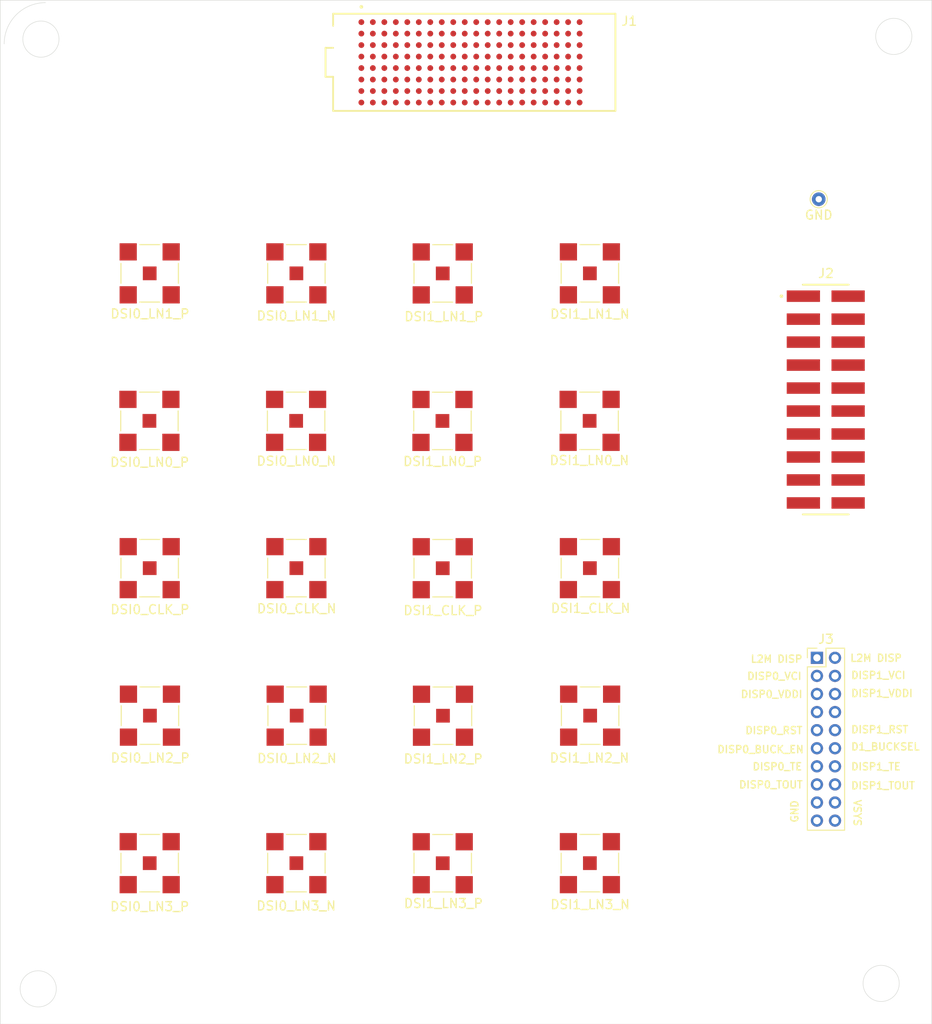
<source format=kicad_pcb>
(kicad_pcb (version 20240108) (generator "pcbnew") (generator_version "8.0")
  (layers (0 "F.Cu" signal "LayerTop0") (1 "In1.Cu" signal "Layer1") (2 "In2.Cu" signal "Layer2") (31 "B.Cu" signal "LayerBottom3") (34 "B.Paste" user) (35 "F.Paste" user) (36 "B.SilkS" user "B.Silkscreen") (37 "F.SilkS" user "F.Silkscreen") (38 "B.Mask" user) (39 "F.Mask" user) (44 "Edge.Cuts" user))
  (net 0 "")
  (net 75 "DSI1_LN0_P")
  (net 76 "DSI1_LN0_N")
  (net 77 "GND")
  (net 114 "L2M_DISP")
  (net 115 "DISP0_VCI")
  (net 116 "DISP1_VCI")
  (net 117 "DISP1_VDDI")
  (net 118 "DISP0_THERM")
  (net 119 "VSYS_PWR")
  (net 120 "DISP0_BUCK_EN")
  (net 121 "DISP1_RST")
  (net 122 "DISP1_TOUT")
  (net 123 "DISP0_TE")
  (net 124 "DISP0_RST")
  (net 125 "DISP0_VDDI")
  (net 126 "DISP0_TOUT")
  (net 127 "DISP1_TE")
  (net 128 "DISP1_BUCK_VSEL")
  (net 131 "DSI1_LN1_N")
  (net 132 "DSI1_LN1_P")
  (net 133 "DSI0_LN0_P")
  (net 134 "DSI0_LN2_P")
  (net 135 "DSI0_LN1_N")
  (net 136 "DSI0_LN3_N")
  (net 137 "DSI0_LN3_P")
  (net 138 "DSI0_CLK_P")
  (net 139 "DSI0_LN0_N")
  (net 140 "DSI0_LN2_N")
  (net 141 "DSI0_CLK_N")
  (net 142 "DSI0_LN1_P")
  (net 143 "DSI1_CLK_P")
  (net 144 "DSI1_LN2_P")
  (net 145 "DSI1_LN3_P")
  (net 146 "DSI1_LN3_N")
  (net 147 "DSI1_CLK_N")
  (net 148 "DSI1_LN2_N")
  (footprint "Molex_0732:MOLEX_73251-1350" (layer "F.Cu") (at 72.477 126.124)
    (property "Reference" "J12" (hide yes))
    (property "Value" "DSI0_LN3_P" (at 0 4.8 0) (layer "F.SilkS"))
    (fp_line (start -3.175 1.1) (end -3.175 -1.1) (stroke (width 0.127)) (layer "F.SilkS"))
    (fp_line (start -1.1 -3.175) (end 1.1 -3.175) (stroke (width 0.127)) (layer "F.SilkS"))
    (fp_line (start -1.1 3.175) (end 1.1 3.175) (stroke (width 0.127)) (layer "F.SilkS"))
    (fp_line (start 3.175 1.1) (end 3.175 -1.1) (stroke (width 0.127)) (layer "F.SilkS"))
    (pad "1" smd rect (at 0 0) (size 1.52 1.52) (layers "F.Cu" "F.Paste" "F.Mask") (net 137 "DSI0_LN3_P"))
    (pad "S1" smd rect (at -2.375 -2.375) (size 1.905 1.905) (layers "F.Cu" "F.Paste" "F.Mask") (net 77 "GND"))
    (pad "S2" smd rect (at 2.375 -2.375) (size 1.905 1.905) (layers "F.Cu" "F.Paste" "F.Mask"))
    (pad "S3" smd rect (at 2.375 2.375) (size 1.905 1.905) (layers "F.Cu" "F.Paste" "F.Mask"))
    (pad "S4" smd rect (at -2.375 2.375) (size 1.905 1.905) (layers "F.Cu" "F.Paste" "F.Mask"))
  )
  (footprint "Molex_0732:MOLEX_73251-1350" (layer "F.Cu") (at 104.877 126.132)
    (property "Reference" "J22" (hide yes))
    (property "Value" "DSI1_LN3_P" (at 0.075 4.445 0) (layer "F.SilkS"))
    (fp_line (start -3.175 1.1) (end -3.175 -1.1) (stroke (width 0.127)) (layer "F.SilkS"))
    (fp_line (start -1.1 -3.175) (end 1.1 -3.175) (stroke (width 0.127)) (layer "F.SilkS"))
    (fp_line (start -1.1 3.175) (end 1.1 3.175) (stroke (width 0.127)) (layer "F.SilkS"))
    (fp_line (start 3.175 1.1) (end 3.175 -1.1) (stroke (width 0.127)) (layer "F.SilkS"))
    (pad "1" smd rect (at 0 0) (size 1.52 1.52) (layers "F.Cu" "F.Paste" "F.Mask") (net 145 "DSI1_LN3_P"))
    (pad "S1" smd rect (at -2.375 -2.375) (size 1.905 1.905) (layers "F.Cu" "F.Paste" "F.Mask") (net 77 "GND"))
    (pad "S2" smd rect (at 2.375 -2.375) (size 1.905 1.905) (layers "F.Cu" "F.Paste" "F.Mask"))
    (pad "S3" smd rect (at 2.375 2.375) (size 1.905 1.905) (layers "F.Cu" "F.Paste" "F.Mask"))
    (pad "S4" smd rect (at -2.375 2.375) (size 1.905 1.905) (layers "F.Cu" "F.Paste" "F.Mask"))
  )
  (footprint "Molex_0732:MOLEX_73251-1350" (layer "F.Cu") (at 121.148 93.508)
    (property "Reference" "J19" (hide yes))
    (property "Value" "DSI1_CLK_N" (at 0.075 4.435 0) (layer "F.SilkS"))
    (fp_line (start -3.175 1.1) (end -3.175 -1.1) (stroke (width 0.127)) (layer "F.SilkS"))
    (fp_line (start -1.1 -3.175) (end 1.1 -3.175) (stroke (width 0.127)) (layer "F.SilkS"))
    (fp_line (start -1.1 3.175) (end 1.1 3.175) (stroke (width 0.127)) (layer "F.SilkS"))
    (fp_line (start 3.175 1.1) (end 3.175 -1.1) (stroke (width 0.127)) (layer "F.SilkS"))
    (pad "1" smd rect (at 0 0) (size 1.52 1.52) (layers "F.Cu" "F.Paste" "F.Mask") (net 147 "DSI1_CLK_N"))
    (pad "S1" smd rect (at -2.375 -2.375) (size 1.905 1.905) (layers "F.Cu" "F.Paste" "F.Mask") (net 77 "GND"))
    (pad "S2" smd rect (at 2.375 -2.375) (size 1.905 1.905) (layers "F.Cu" "F.Paste" "F.Mask"))
    (pad "S3" smd rect (at 2.375 2.375) (size 1.905 1.905) (layers "F.Cu" "F.Paste" "F.Mask"))
    (pad "S4" smd rect (at -2.375 2.375) (size 1.905 1.905) (layers "F.Cu" "F.Paste" "F.Mask"))
  )
  (footprint "Molex_0732:MOLEX_73251-1350" (layer "F.Cu") (at 88.698 93.508)
    (property "Reference" "J9" (hide yes))
    (property "Value" "DSI0_CLK_N" (at 0.025 4.475 0) (layer "F.SilkS"))
    (fp_line (start -3.175 1.1) (end -3.175 -1.1) (stroke (width 0.127)) (layer "F.SilkS"))
    (fp_line (start -1.1 -3.175) (end 1.1 -3.175) (stroke (width 0.127)) (layer "F.SilkS"))
    (fp_line (start -1.1 3.175) (end 1.1 3.175) (stroke (width 0.127)) (layer "F.SilkS"))
    (fp_line (start 3.175 1.1) (end 3.175 -1.1) (stroke (width 0.127)) (layer "F.SilkS"))
    (pad "1" smd rect (at 0 0) (size 1.52 1.52) (layers "F.Cu" "F.Paste" "F.Mask") (net 141 "DSI0_CLK_N"))
    (pad "S1" smd rect (at -2.375 -2.375) (size 1.905 1.905) (layers "F.Cu" "F.Paste" "F.Mask") (net 77 "GND"))
    (pad "S2" smd rect (at 2.375 -2.375) (size 1.905 1.905) (layers "F.Cu" "F.Paste" "F.Mask"))
    (pad "S3" smd rect (at 2.375 2.375) (size 1.905 1.905) (layers "F.Cu" "F.Paste" "F.Mask"))
    (pad "S4" smd rect (at -2.375 2.375) (size 1.905 1.905) (layers "F.Cu" "F.Paste" "F.Mask"))
  )
  (footprint "Molex_0732:MOLEX_73251-1350" (layer "F.Cu") (at 88.727 109.816)
    (property "Reference" "J11" (hide yes))
    (property "Value" "DSI0_LN2_N" (at 0.025 4.725 0) (layer "F.SilkS"))
    (fp_line (start -3.175 1.1) (end -3.175 -1.1) (stroke (width 0.127)) (layer "F.SilkS"))
    (fp_line (start -1.1 -3.175) (end 1.1 -3.175) (stroke (width 0.127)) (layer "F.SilkS"))
    (fp_line (start -1.1 3.175) (end 1.1 3.175) (stroke (width 0.127)) (layer "F.SilkS"))
    (fp_line (start 3.175 1.1) (end 3.175 -1.1) (stroke (width 0.127)) (layer "F.SilkS"))
    (pad "1" smd rect (at 0 0) (size 1.52 1.52) (layers "F.Cu" "F.Paste" "F.Mask") (net 140 "DSI0_LN2_N"))
    (pad "S1" smd rect (at -2.375 -2.375) (size 1.905 1.905) (layers "F.Cu" "F.Paste" "F.Mask") (net 77 "GND"))
    (pad "S2" smd rect (at 2.375 -2.375) (size 1.905 1.905) (layers "F.Cu" "F.Paste" "F.Mask"))
    (pad "S3" smd rect (at 2.375 2.375) (size 1.905 1.905) (layers "F.Cu" "F.Paste" "F.Mask"))
    (pad "S4" smd rect (at -2.375 2.375) (size 1.905 1.905) (layers "F.Cu" "F.Paste" "F.Mask"))
  )
  (footprint "Molex_0732:MOLEX_73251-1350" (layer "F.Cu") (at 72.477 93.508)
    (property "Reference" "J8" (hide yes))
    (property "Value" "DSI0_CLK_P" (at 0.025 4.575 0) (layer "F.SilkS"))
    (fp_line (start -3.175 1.1) (end -3.175 -1.1) (stroke (width 0.127)) (layer "F.SilkS"))
    (fp_line (start -1.1 -3.175) (end 1.1 -3.175) (stroke (width 0.127)) (layer "F.SilkS"))
    (fp_line (start -1.1 3.175) (end 1.1 3.175) (stroke (width 0.127)) (layer "F.SilkS"))
    (fp_line (start 3.175 1.1) (end 3.175 -1.1) (stroke (width 0.127)) (layer "F.SilkS"))
    (pad "1" smd rect (at 0 0) (size 1.52 1.52) (layers "F.Cu" "F.Paste" "F.Mask") (net 138 "DSI0_CLK_P"))
    (pad "S1" smd rect (at -2.375 -2.375) (size 1.905 1.905) (layers "F.Cu" "F.Paste" "F.Mask") (net 77 "GND"))
    (pad "S2" smd rect (at 2.375 -2.375) (size 1.905 1.905) (layers "F.Cu" "F.Paste" "F.Mask"))
    (pad "S3" smd rect (at 2.375 2.375) (size 1.905 1.905) (layers "F.Cu" "F.Paste" "F.Mask"))
    (pad "S4" smd rect (at -2.375 2.375) (size 1.905 1.905) (layers "F.Cu" "F.Paste" "F.Mask"))
  )
  (footprint "Molex_0732:MOLEX_73251-1350" (layer "F.Cu") (at 121.119 77.224)
    (property "Reference" "J17" (hide yes))
    (property "Value" "DSI1_LN0_N" (at -0.025 4.375 0) (layer "F.SilkS"))
    (fp_line (start -3.175 1.1) (end -3.175 -1.1) (stroke (width 0.127)) (layer "F.SilkS"))
    (fp_line (start -1.1 -3.175) (end 1.1 -3.175) (stroke (width 0.127)) (layer "F.SilkS"))
    (fp_line (start -1.1 3.175) (end 1.1 3.175) (stroke (width 0.127)) (layer "F.SilkS"))
    (fp_line (start 3.175 1.1) (end 3.175 -1.1) (stroke (width 0.127)) (layer "F.SilkS"))
    (pad "1" smd rect (at 0 0) (size 1.52 1.52) (layers "F.Cu" "F.Paste" "F.Mask") (net 76 "DSI1_LN0_N"))
    (pad "S1" smd rect (at -2.375 -2.375) (size 1.905 1.905) (layers "F.Cu" "F.Paste" "F.Mask") (net 77 "GND"))
    (pad "S2" smd rect (at 2.375 -2.375) (size 1.905 1.905) (layers "F.Cu" "F.Paste" "F.Mask"))
    (pad "S3" smd rect (at 2.375 2.375) (size 1.905 1.905) (layers "F.Cu" "F.Paste" "F.Mask"))
    (pad "S4" smd rect (at -2.375 2.375) (size 1.905 1.905) (layers "F.Cu" "F.Paste" "F.Mask"))
  )
  (footprint "Molex_0732:MOLEX_73251-1350" (layer "F.Cu") (at 104.848 77.232)
    (property "Reference" "J16" (hide yes))
    (property "Value" "DSI1_LN0_P" (at 0.025 4.475 0) (layer "F.SilkS"))
    (fp_line (start -3.175 1.1) (end -3.175 -1.1) (stroke (width 0.127)) (layer "F.SilkS"))
    (fp_line (start -1.1 -3.175) (end 1.1 -3.175) (stroke (width 0.127)) (layer "F.SilkS"))
    (fp_line (start -1.1 3.175) (end 1.1 3.175) (stroke (width 0.127)) (layer "F.SilkS"))
    (fp_line (start 3.175 1.1) (end 3.175 -1.1) (stroke (width 0.127)) (layer "F.SilkS"))
    (pad "1" smd rect (at 0 0) (size 1.52 1.52) (layers "F.Cu" "F.Paste" "F.Mask") (net 75 "DSI1_LN0_P"))
    (pad "S1" smd rect (at -2.375 -2.375) (size 1.905 1.905) (layers "F.Cu" "F.Paste" "F.Mask") (net 77 "GND"))
    (pad "S2" smd rect (at 2.375 -2.375) (size 1.905 1.905) (layers "F.Cu" "F.Paste" "F.Mask"))
    (pad "S3" smd rect (at 2.375 2.375) (size 1.905 1.905) (layers "F.Cu" "F.Paste" "F.Mask"))
    (pad "S4" smd rect (at -2.375 2.375) (size 1.905 1.905) (layers "F.Cu" "F.Paste" "F.Mask"))
  )
  (footprint "Molex_0732:MOLEX_73251-1350" (layer "F.Cu") (at 72.477 60.916)
    (property "Reference" "J4" (hide yes))
    (property "Value" "DSI0_LN1_P" (at 0.025 4.475 0) (layer "F.SilkS"))
    (fp_line (start -3.175 1.1) (end -3.175 -1.1) (stroke (width 0.127)) (layer "F.SilkS"))
    (fp_line (start -1.1 -3.175) (end 1.1 -3.175) (stroke (width 0.127)) (layer "F.SilkS"))
    (fp_line (start -1.1 3.175) (end 1.1 3.175) (stroke (width 0.127)) (layer "F.SilkS"))
    (fp_line (start 3.175 1.1) (end 3.175 -1.1) (stroke (width 0.127)) (layer "F.SilkS"))
    (pad "1" smd rect (at 0 0) (size 1.52 1.52) (layers "F.Cu" "F.Paste" "F.Mask") (net 142 "DSI0_LN1_P"))
    (pad "S1" smd rect (at -2.375 -2.375) (size 1.905 1.905) (layers "F.Cu" "F.Paste" "F.Mask") (net 77 "GND"))
    (pad "S2" smd rect (at 2.375 -2.375) (size 1.905 1.905) (layers "F.Cu" "F.Paste" "F.Mask"))
    (pad "S3" smd rect (at 2.375 2.375) (size 1.905 1.905) (layers "F.Cu" "F.Paste" "F.Mask"))
    (pad "S4" smd rect (at -2.375 2.375) (size 1.905 1.905) (layers "F.Cu" "F.Paste" "F.Mask"))
  )
  (footprint "Molex_0732:MOLEX_73251-1350" (layer "F.Cu") (at 72.448 77.224)
    (property "Reference" "J6" (hide yes))
    (property "Value" "DSI0_LN0_P" (at 0.025 4.575 0) (layer "F.SilkS"))
    (fp_line (start -3.175 1.1) (end -3.175 -1.1) (stroke (width 0.127)) (layer "F.SilkS"))
    (fp_line (start -1.1 -3.175) (end 1.1 -3.175) (stroke (width 0.127)) (layer "F.SilkS"))
    (fp_line (start -1.1 3.175) (end 1.1 3.175) (stroke (width 0.127)) (layer "F.SilkS"))
    (fp_line (start 3.175 1.1) (end 3.175 -1.1) (stroke (width 0.127)) (layer "F.SilkS"))
    (pad "1" smd rect (at 0 0) (size 1.52 1.52) (layers "F.Cu" "F.Paste" "F.Mask") (net 133 "DSI0_LN0_P"))
    (pad "S1" smd rect (at -2.375 -2.375) (size 1.905 1.905) (layers "F.Cu" "F.Paste" "F.Mask") (net 77 "GND"))
    (pad "S2" smd rect (at 2.375 -2.375) (size 1.905 1.905) (layers "F.Cu" "F.Paste" "F.Mask"))
    (pad "S3" smd rect (at 2.375 2.375) (size 1.905 1.905) (layers "F.Cu" "F.Paste" "F.Mask"))
    (pad "S4" smd rect (at -2.375 2.375) (size 1.905 1.905) (layers "F.Cu" "F.Paste" "F.Mask"))
  )
  (footprint "Molex_0732:MOLEX_73251-1350" (layer "F.Cu") (at 121.177 109.816)
    (property "Reference" "J21" (hide yes))
    (property "Value" "DSI1_LN2_N" (at -0.075 4.675 0) (layer "F.SilkS"))
    (fp_line (start -3.175 1.1) (end -3.175 -1.1) (stroke (width 0.127)) (layer "F.SilkS"))
    (fp_line (start -1.1 -3.175) (end 1.1 -3.175) (stroke (width 0.127)) (layer "F.SilkS"))
    (fp_line (start -1.1 3.175) (end 1.1 3.175) (stroke (width 0.127)) (layer "F.SilkS"))
    (fp_line (start 3.175 1.1) (end 3.175 -1.1) (stroke (width 0.127)) (layer "F.SilkS"))
    (pad "1" smd rect (at 0 0) (size 1.52 1.52) (layers "F.Cu" "F.Paste" "F.Mask") (net 148 "DSI1_LN2_N"))
    (pad "S1" smd rect (at -2.375 -2.375) (size 1.905 1.905) (layers "F.Cu" "F.Paste" "F.Mask") (net 77 "GND"))
    (pad "S2" smd rect (at 2.375 -2.375) (size 1.905 1.905) (layers "F.Cu" "F.Paste" "F.Mask"))
    (pad "S3" smd rect (at 2.375 2.375) (size 1.905 1.905) (layers "F.Cu" "F.Paste" "F.Mask"))
    (pad "S4" smd rect (at -2.375 2.375) (size 1.905 1.905) (layers "F.Cu" "F.Paste" "F.Mask"))
  )
  (footprint "Molex_0732:MOLEX_73251-1350" (layer "F.Cu") (at 104.877 60.924)
    (property "Reference" "J14" (hide yes))
    (property "Value" "DSI1_LN1_P" (at 0.125 4.775 0) (layer "F.SilkS"))
    (fp_line (start -3.175 1.1) (end -3.175 -1.1) (stroke (width 0.127)) (layer "F.SilkS"))
    (fp_line (start -1.1 -3.175) (end 1.1 -3.175) (stroke (width 0.127)) (layer "F.SilkS"))
    (fp_line (start -1.1 3.175) (end 1.1 3.175) (stroke (width 0.127)) (layer "F.SilkS"))
    (fp_line (start 3.175 1.1) (end 3.175 -1.1) (stroke (width 0.127)) (layer "F.SilkS"))
    (pad "1" smd rect (at 0 0) (size 1.52 1.52) (layers "F.Cu" "F.Paste" "F.Mask") (net 132 "DSI1_LN1_P"))
    (pad "S1" smd rect (at -2.375 -2.375) (size 1.905 1.905) (layers "F.Cu" "F.Paste" "F.Mask") (net 77 "GND"))
    (pad "S2" smd rect (at 2.375 -2.375) (size 1.905 1.905) (layers "F.Cu" "F.Paste" "F.Mask"))
    (pad "S3" smd rect (at 2.375 2.375) (size 1.905 1.905) (layers "F.Cu" "F.Paste" "F.Mask"))
    (pad "S4" smd rect (at -2.375 2.375) (size 1.905 1.905) (layers "F.Cu" "F.Paste" "F.Mask"))
  )
  (footprint "Molex_0732:MOLEX_73251-1350" (layer "F.Cu") (at 104.906 109.824)
    (property "Reference" "J20" (hide yes))
    (property "Value" "DSI1_LN2_P" (at 0.025 4.775 0) (layer "F.SilkS"))
    (fp_line (start -3.175 1.1) (end -3.175 -1.1) (stroke (width 0.127)) (layer "F.SilkS"))
    (fp_line (start -1.1 -3.175) (end 1.1 -3.175) (stroke (width 0.127)) (layer "F.SilkS"))
    (fp_line (start -1.1 3.175) (end 1.1 3.175) (stroke (width 0.127)) (layer "F.SilkS"))
    (fp_line (start 3.175 1.1) (end 3.175 -1.1) (stroke (width 0.127)) (layer "F.SilkS"))
    (pad "1" smd rect (at 0 0) (size 1.52 1.52) (layers "F.Cu" "F.Paste" "F.Mask") (net 144 "DSI1_LN2_P"))
    (pad "S1" smd rect (at -2.375 -2.375) (size 1.905 1.905) (layers "F.Cu" "F.Paste" "F.Mask") (net 77 "GND"))
    (pad "S2" smd rect (at 2.375 -2.375) (size 1.905 1.905) (layers "F.Cu" "F.Paste" "F.Mask"))
    (pad "S3" smd rect (at 2.375 2.375) (size 1.905 1.905) (layers "F.Cu" "F.Paste" "F.Mask"))
    (pad "S4" smd rect (at -2.375 2.375) (size 1.905 1.905) (layers "F.Cu" "F.Paste" "F.Mask"))
  )
  (footprint "Molex_0732:MOLEX_73251-1350" (layer "F.Cu") (at 88.669 77.224)
    (property "Reference" "J7" (hide yes))
    (property "Value" "DSI0_LN0_N" (at 0.025 4.445 0) (layer "F.SilkS"))
    (fp_line (start -3.175 1.1) (end -3.175 -1.1) (stroke (width 0.127)) (layer "F.SilkS"))
    (fp_line (start -1.1 -3.175) (end 1.1 -3.175) (stroke (width 0.127)) (layer "F.SilkS"))
    (fp_line (start -1.1 3.175) (end 1.1 3.175) (stroke (width 0.127)) (layer "F.SilkS"))
    (fp_line (start 3.175 1.1) (end 3.175 -1.1) (stroke (width 0.127)) (layer "F.SilkS"))
    (pad "1" smd rect (at 0 0) (size 1.52 1.52) (layers "F.Cu" "F.Paste" "F.Mask") (net 139 "DSI0_LN0_N"))
    (pad "S1" smd rect (at -2.375 -2.375) (size 1.905 1.905) (layers "F.Cu" "F.Paste" "F.Mask") (net 77 "GND"))
    (pad "S2" smd rect (at 2.375 -2.375) (size 1.905 1.905) (layers "F.Cu" "F.Paste" "F.Mask"))
    (pad "S3" smd rect (at 2.375 2.375) (size 1.905 1.905) (layers "F.Cu" "F.Paste" "F.Mask"))
    (pad "S4" smd rect (at -2.375 2.375) (size 1.905 1.905) (layers "F.Cu" "F.Paste" "F.Mask"))
  )
  (footprint "Molex_0732:MOLEX_73251-1350" (layer "F.Cu") (at 121.148 126.124)
    (property "Reference" "J23" (hide yes))
    (property "Value" "DSI1_LN3_N" (at 0.025 4.575 0) (layer "F.SilkS"))
    (fp_line (start -3.175 1.1) (end -3.175 -1.1) (stroke (width 0.127)) (layer "F.SilkS"))
    (fp_line (start -1.1 -3.175) (end 1.1 -3.175) (stroke (width 0.127)) (layer "F.SilkS"))
    (fp_line (start -1.1 3.175) (end 1.1 3.175) (stroke (width 0.127)) (layer "F.SilkS"))
    (fp_line (start 3.175 1.1) (end 3.175 -1.1) (stroke (width 0.127)) (layer "F.SilkS"))
    (pad "1" smd rect (at 0 0) (size 1.52 1.52) (layers "F.Cu" "F.Paste" "F.Mask") (net 146 "DSI1_LN3_N"))
    (pad "S1" smd rect (at -2.375 -2.375) (size 1.905 1.905) (layers "F.Cu" "F.Paste" "F.Mask") (net 77 "GND"))
    (pad "S2" smd rect (at 2.375 -2.375) (size 1.905 1.905) (layers "F.Cu" "F.Paste" "F.Mask"))
    (pad "S3" smd rect (at 2.375 2.375) (size 1.905 1.905) (layers "F.Cu" "F.Paste" "F.Mask"))
    (pad "S4" smd rect (at -2.375 2.375) (size 1.905 1.905) (layers "F.Cu" "F.Paste" "F.Mask"))
  )
  (footprint "Connector_PinHeader_2.00mm:PinHeader_2x10_P2.00mm_Vertical" (layer "F.Cu") (at 146.252 103.42)
    (property "Reference" "J3" (at 1 -2.06 0) (layer "F.SilkS"))
    (property "Value" "Conn_02x10_Odd_Even")
    (fp_line (start -1.06 -1.06) (end 0 -1.06) (stroke (width 0.12)) (layer "F.SilkS"))
    (fp_line (start -1.06 0) (end -1.06 -1.06) (stroke (width 0.12)) (layer "F.SilkS"))
    (fp_line (start -1.06 1) (end -1.06 19.06) (stroke (width 0.12)) (layer "F.SilkS"))
    (fp_line (start -1.06 1) (end 1 1) (stroke (width 0.12)) (layer "F.SilkS"))
    (fp_line (start -1.06 19.06) (end 3.06 19.06) (stroke (width 0.12)) (layer "F.SilkS"))
    (fp_line (start 1 -1.06) (end 3.06 -1.06) (stroke (width 0.12)) (layer "F.SilkS"))
    (fp_line (start 1 1) (end 1 -1.06) (stroke (width 0.12)) (layer "F.SilkS"))
    (fp_line (start 3.06 -1.06) (end 3.06 19.06) (stroke (width 0.12)) (layer "F.SilkS"))
    (pad "1" thru_hole rect (at 0 0) (size 1.35 1.35) (drill 0.8) (layers "*.Cu" "*.Mask") (net 114 "L2M_DISP"))
    (pad "2" thru_hole oval (at 2 0) (size 1.35 1.35) (drill 0.8) (layers "*.Cu" "*.Mask") (net 114 "L2M_DISP"))
    (pad "3" thru_hole oval (at 0 2) (size 1.35 1.35) (drill 0.8) (layers "*.Cu" "*.Mask") (net 115 "DISP0_VCI"))
    (pad "4" thru_hole oval (at 2 2) (size 1.35 1.35) (drill 0.8) (layers "*.Cu" "*.Mask") (net 116 "DISP1_VCI"))
    (pad "5" thru_hole oval (at 0 4) (size 1.35 1.35) (drill 0.8) (layers "*.Cu" "*.Mask") (net 125 "DISP0_VDDI"))
    (pad "6" thru_hole oval (at 2 4) (size 1.35 1.35) (drill 0.8) (layers "*.Cu" "*.Mask") (net 117 "DISP1_VDDI"))
    (pad "7" thru_hole oval (at 0 6) (size 1.35 1.35) (drill 0.8) (layers "*.Cu" "*.Mask"))
    (pad "8" thru_hole oval (at 2 6) (size 1.35 1.35) (drill 0.8) (layers "*.Cu" "*.Mask"))
    (pad "9" thru_hole oval (at 0 8) (size 1.35 1.35) (drill 0.8) (layers "*.Cu" "*.Mask") (net 124 "DISP0_RST"))
    (pad "10" thru_hole oval (at 2 8) (size 1.35 1.35) (drill 0.8) (layers "*.Cu" "*.Mask") (net 121 "DISP1_RST"))
    (pad "11" thru_hole oval (at 0 10) (size 1.35 1.35) (drill 0.8) (layers "*.Cu" "*.Mask") (net 120 "DISP0_BUCK_EN"))
    (pad "12" thru_hole oval (at 2 10) (size 1.35 1.35) (drill 0.8) (layers "*.Cu" "*.Mask") (net 128 "DISP1_BUCK_VSEL"))
    (pad "13" thru_hole oval (at 0 12) (size 1.35 1.35) (drill 0.8) (layers "*.Cu" "*.Mask") (net 123 "DISP0_TE"))
    (pad "14" thru_hole oval (at 2 12) (size 1.35 1.35) (drill 0.8) (layers "*.Cu" "*.Mask") (net 127 "DISP1_TE"))
    (pad "15" thru_hole oval (at 0 14) (size 1.35 1.35) (drill 0.8) (layers "*.Cu" "*.Mask") (net 126 "DISP0_TOUT"))
    (pad "16" thru_hole oval (at 2 14) (size 1.35 1.35) (drill 0.8) (layers "*.Cu" "*.Mask") (net 122 "DISP1_TOUT"))
    (pad "17" thru_hole oval (at 0 16) (size 1.35 1.35) (drill 0.8) (layers "*.Cu" "*.Mask") (net 77 "GND"))
    (pad "18" thru_hole oval (at 2 16) (size 1.35 1.35) (drill 0.8) (layers "*.Cu" "*.Mask") (net 119 "VSYS_PWR"))
    (pad "19" thru_hole oval (at 0 18) (size 1.35 1.35) (drill 0.8) (layers "*.Cu" "*.Mask") (net 77 "GND"))
    (pad "20" thru_hole oval (at 2 18) (size 1.35 1.35) (drill 0.8) (layers "*.Cu" "*.Mask") (net 119 "VSYS_PWR"))
  )
  (footprint "Molex_0732:MOLEX_73251-1350" (layer "F.Cu") (at 121.148 60.916)
    (property "Reference" "J15" (hide yes))
    (property "Value" "DSI1_LN1_N" (at 0 4.5 0) (layer "F.SilkS"))
    (fp_line (start -3.175 1.1) (end -3.175 -1.1) (stroke (width 0.127)) (layer "F.SilkS"))
    (fp_line (start -1.1 -3.175) (end 1.1 -3.175) (stroke (width 0.127)) (layer "F.SilkS"))
    (fp_line (start -1.1 3.175) (end 1.1 3.175) (stroke (width 0.127)) (layer "F.SilkS"))
    (fp_line (start 3.175 1.1) (end 3.175 -1.1) (stroke (width 0.127)) (layer "F.SilkS"))
    (pad "1" smd rect (at 0 0) (size 1.52 1.52) (layers "F.Cu" "F.Paste" "F.Mask") (net 131 "DSI1_LN1_N"))
    (pad "S1" smd rect (at -2.375 -2.375) (size 1.905 1.905) (layers "F.Cu" "F.Paste" "F.Mask") (net 77 "GND"))
    (pad "S2" smd rect (at 2.375 -2.375) (size 1.905 1.905) (layers "F.Cu" "F.Paste" "F.Mask"))
    (pad "S3" smd rect (at 2.375 2.375) (size 1.905 1.905) (layers "F.Cu" "F.Paste" "F.Mask"))
    (pad "S4" smd rect (at -2.375 2.375) (size 1.905 1.905) (layers "F.Cu" "F.Paste" "F.Mask"))
  )
  (footprint "SEAF_20_05_0_S_08_2_A_K_TR:SAMTEC_SEAF-20-05.0-S-08-2-A-K-TR" (layer "F.Cu") (at 107.947 37.585 180)
    (property "Reference" "J1" (at -17.565 4.555 0) (layer "F.SilkS"))
    (property "Value" "SEAF-20-05.0-S-08-2-A-K-TR")
    (fp_line (start 16.025 1.6) (end 16.025 -1.6) (stroke (width 0.2)) (layer "F.SilkS"))
    (fp_line (start 15.185 5.37) (end -16.025 5.37) (stroke (width 0.2)) (layer "F.SilkS"))
    (fp_line (start 15.185 4.035) (end 15.185 5.37) (stroke (width 0.2)) (layer "F.SilkS"))
    (fp_line (start 15.185 1.6) (end 16.025 1.6) (stroke (width 0.2)) (layer "F.SilkS"))
    (fp_line (start 15.185 -1.6) (end 16.025 -1.6) (stroke (width 0.2)) (layer "F.SilkS"))
    (fp_line (start 15.185 -5.37) (end 15.185 -1.6) (stroke (width 0.2)) (layer "F.SilkS"))
    (fp_line (start -16.025 5.37) (end -16.025 -5.37) (stroke (width 0.2)) (layer "F.SilkS"))
    (fp_line (start -16.025 -5.37) (end 15.185 -5.37) (stroke (width 0.2)) (layer "F.SilkS"))
    (fp_circle (center 12.065 6.13) (end 12.165 6.13) (stroke (width 0.2)) (fill none) (layer "F.SilkS"))
    (pad "" np_thru_hole circle (at -14.49 0 180) (size 1.27 1.27) (drill 1.27) (layers "*.Cu" "*.Mask"))
    (pad "" np_thru_hole circle (at 14.49 3.05 180) (size 1.27 1.27) (drill 1.27) (layers "*.Cu" "*.Mask"))
    (pad "A1" smd circle (at 12.065 4.445 180) (size 0.64 0.64) (layers "F.Cu" "F.Mask"))
    (pad "A2" smd circle (at 10.795 4.445 180) (size 0.64 0.64) (layers "F.Cu" "F.Mask") (net 119 "VSYS_PWR"))
    (pad "A3" smd circle (at 9.525 4.445 180) (size 0.64 0.64) (layers "F.Cu" "F.Mask") (net 119 "VSYS_PWR"))
    (pad "A4" smd circle (at 8.255 4.445 180) (size 0.64 0.64) (layers "F.Cu" "F.Mask") (net 119 "VSYS_PWR"))
    (pad "A5" smd circle (at 6.985 4.445 180) (size 0.64 0.64) (layers "F.Cu" "F.Mask") (net 119 "VSYS_PWR"))
    (pad "A6" smd circle (at 5.715 4.445 180) (size 0.64 0.64) (layers "F.Cu" "F.Mask") (net 119 "VSYS_PWR"))
    (pad "A7" smd circle (at 4.445 4.445 180) (size 0.64 0.64) (layers "F.Cu" "F.Mask") (net 119 "VSYS_PWR"))
    (pad "A8" smd circle (at 3.175 4.445 180) (size 0.64 0.64) (layers "F.Cu" "F.Mask"))
    (pad "A9" smd circle (at 1.905 4.445 180) (size 0.64 0.64) (layers "F.Cu" "F.Mask") (net 115 "DISP0_VCI"))
    (pad "A10" smd circle (at 0.635 4.445 180) (size 0.64 0.64) (layers "F.Cu" "F.Mask") (net 116 "DISP1_VCI"))
    (pad "A11" smd circle (at -0.635 4.445 180) (size 0.64 0.64) (layers "F.Cu" "F.Mask"))
    (pad "A12" smd circle (at -1.905 4.445 180) (size 0.64 0.64) (layers "F.Cu" "F.Mask") (net 125 "DISP0_VDDI"))
    (pad "A13" smd circle (at -3.175 4.445 180) (size 0.64 0.64) (layers "F.Cu" "F.Mask") (net 117 "DISP1_VDDI"))
    (pad "A14" smd circle (at -4.445 4.445 180) (size 0.64 0.64) (layers "F.Cu" "F.Mask"))
    (pad "A15" smd circle (at -5.715 4.445 180) (size 0.64 0.64) (layers "F.Cu" "F.Mask"))
    (pad "A16" smd circle (at -6.985 4.445 180) (size 0.64 0.64) (layers "F.Cu" "F.Mask"))
    (pad "A17" smd circle (at -8.255 4.445 180) (size 0.64 0.64) (layers "F.Cu" "F.Mask"))
    (pad "A18" smd circle (at -9.525 4.445 180) (size 0.64 0.64) (layers "F.Cu" "F.Mask"))
    (pad "A19" smd circle (at -10.795 4.445 180) (size 0.64 0.64) (layers "F.Cu" "F.Mask"))
    (pad "A20" smd circle (at -12.065 4.445 180) (size 0.64 0.64) (layers "F.Cu" "F.Mask"))
    (pad "B1" smd circle (at 12.065 3.175 180) (size 0.64 0.64) (layers "F.Cu" "F.Mask"))
    (pad "B2" smd circle (at 10.795 3.175 180) (size 0.64 0.64) (layers "F.Cu" "F.Mask"))
    (pad "B3" smd circle (at 9.525 3.175 180) (size 0.64 0.64) (layers "F.Cu" "F.Mask"))
    (pad "B4" smd circle (at 8.255 3.175 180) (size 0.64 0.64) (layers "F.Cu" "F.Mask"))
    (pad "B5" smd circle (at 6.985 3.175 180) (size 0.64 0.64) (layers "F.Cu" "F.Mask"))
    (pad "B6" smd circle (at 5.715 3.175 180) (size 0.64 0.64) (layers "F.Cu" "F.Mask"))
    (pad "B7" smd circle (at 4.445 3.175 180) (size 0.64 0.64) (layers "F.Cu" "F.Mask"))
    (pad "B8" smd circle (at 3.175 3.175 180) (size 0.64 0.64) (layers "F.Cu" "F.Mask"))
    (pad "B9" smd circle (at 1.905 3.175 180) (size 0.64 0.64) (layers "F.Cu" "F.Mask"))
    (pad "B10" smd circle (at 0.635 3.175 180) (size 0.64 0.64) (layers "F.Cu" "F.Mask"))
    (pad "B11" smd circle (at -0.635 3.175 180) (size 0.64 0.64) (layers "F.Cu" "F.Mask"))
    (pad "B12" smd circle (at -1.905 3.175 180) (size 0.64 0.64) (layers "F.Cu" "F.Mask"))
    (pad "B13" smd circle (at -3.175 3.175 180) (size 0.64 0.64) (layers "F.Cu" "F.Mask"))
    (pad "B14" smd circle (at -4.445 3.175 180) (size 0.64 0.64) (layers "F.Cu" "F.Mask"))
    (pad "B15" smd circle (at -5.715 3.175 180) (size 0.64 0.64) (layers "F.Cu" "F.Mask") (net 114 "L2M_DISP"))
    (pad "B16" smd circle (at -6.985 3.175 180) (size 0.64 0.64) (layers "F.Cu" "F.Mask"))
    (pad "B17" smd circle (at -8.255 3.175 180) (size 0.64 0.64) (layers "F.Cu" "F.Mask"))
    (pad "B18" smd circle (at -9.525 3.175 180) (size 0.64 0.64) (layers "F.Cu" "F.Mask"))
    (pad "B19" smd circle (at -10.795 3.175 180) (size 0.64 0.64) (layers "F.Cu" "F.Mask"))
    (pad "B20" smd circle (at -12.065 3.175 180) (size 0.64 0.64) (layers "F.Cu" "F.Mask"))
    (pad "C1" smd circle (at 12.065 1.905 180) (size 0.64 0.64) (layers "F.Cu" "F.Mask"))
    (pad "C2" smd circle (at 10.795 1.905 180) (size 0.64 0.64) (layers "F.Cu" "F.Mask"))
    (pad "C3" smd circle (at 9.525 1.905 180) (size 0.64 0.64) (layers "F.Cu" "F.Mask"))
    (pad "C4" smd circle (at 8.255 1.905 180) (size 0.64 0.64) (layers "F.Cu" "F.Mask") (net 120 "DISP0_BUCK_EN"))
    (pad "C5" smd circle (at 6.985 1.905 180) (size 0.64 0.64) (layers "F.Cu" "F.Mask"))
    (pad "C6" smd circle (at 5.715 1.905 180) (size 0.64 0.64) (layers "F.Cu" "F.Mask") (net 128 "DISP1_BUCK_VSEL"))
    (pad "C7" smd circle (at 4.445 1.905 180) (size 0.64 0.64) (layers "F.Cu" "F.Mask"))
    (pad "C8" smd circle (at 3.175 1.905 180) (size 0.64 0.64) (layers "F.Cu" "F.Mask"))
    (pad "C9" smd circle (at 1.905 1.905 180) (size 0.64 0.64) (layers "F.Cu" "F.Mask"))
    (pad "C10" smd circle (at 0.635 1.905 180) (size 0.64 0.64) (layers "F.Cu" "F.Mask"))
    (pad "C11" smd circle (at -0.635 1.905 180) (size 0.64 0.64) (layers "F.Cu" "F.Mask"))
    (pad "C12" smd circle (at -1.905 1.905 180) (size 0.64 0.64) (layers "F.Cu" "F.Mask"))
    (pad "C13" smd circle (at -3.175 1.905 180) (size 0.64 0.64) (layers "F.Cu" "F.Mask"))
    (pad "C14" smd circle (at -4.445 1.905 180) (size 0.64 0.64) (layers "F.Cu" "F.Mask"))
    (pad "C15" smd circle (at -5.715 1.905 180) (size 0.64 0.64) (layers "F.Cu" "F.Mask"))
    (pad "C16" smd circle (at -6.985 1.905 180) (size 0.64 0.64) (layers "F.Cu" "F.Mask"))
    (pad "C17" smd circle (at -8.255 1.905 180) (size 0.64 0.64) (layers "F.Cu" "F.Mask"))
    (pad "C18" smd circle (at -9.525 1.905 180) (size 0.64 0.64) (layers "F.Cu" "F.Mask") (net 118 "DISP0_THERM"))
    (pad "C19" smd circle (at -10.795 1.905 180) (size 0.64 0.64) (layers "F.Cu" "F.Mask"))
    (pad "C20" smd circle (at -12.065 1.905 180) (size 0.64 0.64) (layers "F.Cu" "F.Mask"))
    (pad "D1" smd circle (at 12.065 0.635 180) (size 0.64 0.64) (layers "F.Cu" "F.Mask"))
    (pad "D2" smd circle (at 10.795 0.635 180) (size 0.64 0.64) (layers "F.Cu" "F.Mask"))
    (pad "D3" smd circle (at 9.525 0.635 180) (size 0.64 0.64) (layers "F.Cu" "F.Mask"))
    (pad "D4" smd circle (at 8.255 0.635 180) (size 0.64 0.64) (layers "F.Cu" "F.Mask"))
    (pad "D5" smd circle (at 6.985 0.635 180) (size 0.64 0.64) (layers "F.Cu" "F.Mask"))
    (pad "D6" smd circle (at 5.715 0.635 180) (size 0.64 0.64) (layers "F.Cu" "F.Mask") (net 124 "DISP0_RST"))
    (pad "D7" smd circle (at 4.445 0.635 180) (size 0.64 0.64) (layers "F.Cu" "F.Mask") (net 121 "DISP1_RST"))
    (pad "D8" smd circle (at 3.175 0.635 180) (size 0.64 0.64) (layers "F.Cu" "F.Mask") (net 126 "DISP0_TOUT"))
    (pad "D9" smd circle (at 1.905 0.635 180) (size 0.64 0.64) (layers "F.Cu" "F.Mask") (net 122 "DISP1_TOUT"))
    (pad "D10" smd circle (at 0.635 0.635 180) (size 0.64 0.64) (layers "F.Cu" "F.Mask") (net 123 "DISP0_TE"))
    (pad "D11" smd circle (at -0.635 0.635 180) (size 0.64 0.64) (layers "F.Cu" "F.Mask") (net 127 "DISP1_TE"))
    (pad "D12" smd circle (at -1.905 0.635 180) (size 0.64 0.64) (layers "F.Cu" "F.Mask"))
    (pad "D13" smd circle (at -3.175 0.635 180) (size 0.64 0.64) (layers "F.Cu" "F.Mask"))
    (pad "D14" smd circle (at -4.445 0.635 180) (size 0.64 0.64) (layers "F.Cu" "F.Mask"))
    (pad "D15" smd circle (at -5.715 0.635 180) (size 0.64 0.64) (layers "F.Cu" "F.Mask"))
    (pad "D16" smd circle (at -6.985 0.635 180) (size 0.64 0.64) (layers "F.Cu" "F.Mask"))
    (pad "D17" smd circle (at -8.255 0.635 180) (size 0.64 0.64) (layers "F.Cu" "F.Mask"))
    (pad "D18" smd circle (at -9.525 0.635 180) (size 0.64 0.64) (layers "F.Cu" "F.Mask"))
    (pad "D19" smd circle (at -10.795 0.635 180) (size 0.64 0.64) (layers "F.Cu" "F.Mask"))
    (pad "D20" smd circle (at -12.065 0.635 180) (size 0.64 0.64) (layers "F.Cu" "F.Mask"))
    (pad "E1" smd circle (at 12.065 -0.635 180) (size 0.64 0.64) (layers "F.Cu" "F.Mask"))
    (pad "E2" smd circle (at 10.795 -0.635 180) (size 0.64 0.64) (layers "F.Cu" "F.Mask"))
    (pad "E3" smd circle (at 9.525 -0.635 180) (size 0.64 0.64) (layers "F.Cu" "F.Mask"))
    (pad "E4" smd circle (at 8.255 -0.635 180) (size 0.64 0.64) (layers "F.Cu" "F.Mask"))
    (pad "E5" smd circle (at 6.985 -0.635 180) (size 0.64 0.64) (layers "F.Cu" "F.Mask"))
    (pad "E6" smd circle (at 5.715 -0.635 180) (size 0.64 0.64) (layers "F.Cu" "F.Mask"))
    (pad "E7" smd circle (at 4.445 -0.635 180) (size 0.64 0.64) (layers "F.Cu" "F.Mask"))
    (pad "E8" smd circle (at 3.175 -0.635 180) (size 0.64 0.64) (layers "F.Cu" "F.Mask"))
    (pad "E9" smd circle (at 1.905 -0.635 180) (size 0.64 0.64) (layers "F.Cu" "F.Mask"))
    (pad "E10" smd circle (at 0.635 -0.635 180) (size 0.64 0.64) (layers "F.Cu" "F.Mask"))
    (pad "E11" smd circle (at -0.635 -0.635 180) (size 0.64 0.64) (layers "F.Cu" "F.Mask"))
    (pad "E12" smd circle (at -1.905 -0.635 180) (size 0.64 0.64) (layers "F.Cu" "F.Mask"))
    (pad "E13" smd circle (at -3.175 -0.635 180) (size 0.64 0.64) (layers "F.Cu" "F.Mask"))
    (pad "E14" smd circle (at -4.445 -0.635 180) (size 0.64 0.64) (layers "F.Cu" "F.Mask"))
    (pad "E15" smd circle (at -5.715 -0.635 180) (size 0.64 0.64) (layers "F.Cu" "F.Mask"))
    (pad "E16" smd circle (at -6.985 -0.635 180) (size 0.64 0.64) (layers "F.Cu" "F.Mask"))
    (pad "E17" smd circle (at -8.255 -0.635 180) (size 0.64 0.64) (layers "F.Cu" "F.Mask"))
    (pad "E18" smd circle (at -9.525 -0.635 180) (size 0.64 0.64) (layers "F.Cu" "F.Mask"))
    (pad "E19" smd circle (at -10.795 -0.635 180) (size 0.64 0.64) (layers "F.Cu" "F.Mask"))
    (pad "E20" smd circle (at -12.065 -0.635 180) (size 0.64 0.64) (layers "F.Cu" "F.Mask"))
    (pad "F1" smd circle (at 12.065 -1.905 180) (size 0.64 0.64) (layers "F.Cu" "F.Mask"))
    (pad "F2" smd circle (at 10.795 -1.905 180) (size 0.64 0.64) (layers "F.Cu" "F.Mask"))
    (pad "F3" smd circle (at 9.525 -1.905 180) (size 0.64 0.64) (layers "F.Cu" "F.Mask"))
    (pad "F4" smd circle (at 8.255 -1.905 180) (size 0.64 0.64) (layers "F.Cu" "F.Mask"))
    (pad "F5" smd circle (at 6.985 -1.905 180) (size 0.64 0.64) (layers "F.Cu" "F.Mask"))
    (pad "F6" smd circle (at 5.715 -1.905 180) (size 0.64 0.64) (layers "F.Cu" "F.Mask"))
    (pad "F7" smd circle (at 4.445 -1.905 180) (size 0.64 0.64) (layers "F.Cu" "F.Mask"))
    (pad "F8" smd circle (at 3.175 -1.905 180) (size 0.64 0.64) (layers "F.Cu" "F.Mask"))
    (pad "F9" smd circle (at 1.905 -1.905 180) (size 0.64 0.64) (layers "F.Cu" "F.Mask"))
    (pad "F10" smd circle (at 0.635 -1.905 180) (size 0.64 0.64) (layers "F.Cu" "F.Mask"))
    (pad "F11" smd circle (at -0.635 -1.905 180) (size 0.64 0.64) (layers "F.Cu" "F.Mask"))
    (pad "F12" smd circle (at -1.905 -1.905 180) (size 0.64 0.64) (layers "F.Cu" "F.Mask"))
    (pad "F13" smd circle (at -3.175 -1.905 180) (size 0.64 0.64) (layers "F.Cu" "F.Mask"))
    (pad "F14" smd circle (at -4.445 -1.905 180) (size 0.64 0.64) (layers "F.Cu" "F.Mask"))
    (pad "F15" smd circle (at -5.715 -1.905 180) (size 0.64 0.64) (layers "F.Cu" "F.Mask"))
    (pad "F16" smd circle (at -6.985 -1.905 180) (size 0.64 0.64) (layers "F.Cu" "F.Mask"))
    (pad "F17" smd circle (at -8.255 -1.905 180) (size 0.64 0.64) (layers "F.Cu" "F.Mask"))
    (pad "F18" smd circle (at -9.525 -1.905 180) (size 0.64 0.64) (layers "F.Cu" "F.Mask"))
    (pad "F19" smd circle (at -10.795 -1.905 180) (size 0.64 0.64) (layers "F.Cu" "F.Mask"))
    (pad "F20" smd circle (at -12.065 -1.905 180) (size 0.64 0.64) (layers "F.Cu" "F.Mask"))
    (pad "G1" smd circle (at 12.065 -3.175 180) (size 0.64 0.64) (layers "F.Cu" "F.Mask"))
    (pad "G2" smd circle (at 10.795 -3.175 180) (size 0.64 0.64) (layers "F.Cu" "F.Mask"))
    (pad "G3" smd circle (at 9.525 -3.175 180) (size 0.64 0.64) (layers "F.Cu" "F.Mask"))
    (pad "G4" smd circle (at 8.255 -3.175 180) (size 0.64 0.64) (layers "F.Cu" "F.Mask"))
    (pad "G5" smd circle (at 6.985 -3.175 180) (size 0.64 0.64) (layers "F.Cu" "F.Mask") (net 77 "GND"))
    (pad "G6" smd circle (at 5.715 -3.175 180) (size 0.64 0.64) (layers "F.Cu" "F.Mask") (net 132 "DSI1_LN1_P"))
    (pad "G7" smd circle (at 4.445 -3.175 180) (size 0.64 0.64) (layers "F.Cu" "F.Mask") (net 131 "DSI1_LN1_N"))
    (pad "G8" smd circle (at 3.175 -3.175 180) (size 0.64 0.64) (layers "F.Cu" "F.Mask") (net 77 "GND"))
    (pad "G9" smd circle (at 1.905 -3.175 180) (size 0.64 0.64) (layers "F.Cu" "F.Mask") (net 75 "DSI1_LN0_P"))
    (pad "G10" smd circle (at 0.635 -3.175 180) (size 0.64 0.64) (layers "F.Cu" "F.Mask") (net 76 "DSI1_LN0_N"))
    (pad "G11" smd circle (at -0.635 -3.175 180) (size 0.64 0.64) (layers "F.Cu" "F.Mask") (net 77 "GND"))
    (pad "G12" smd circle (at -1.905 -3.175 180) (size 0.64 0.64) (layers "F.Cu" "F.Mask") (net 143 "DSI1_CLK_P"))
    (pad "G13" smd circle (at -3.175 -3.175 180) (size 0.64 0.64) (layers "F.Cu" "F.Mask") (net 147 "DSI1_CLK_N"))
    (pad "G14" smd circle (at -4.445 -3.175 180) (size 0.64 0.64) (layers "F.Cu" "F.Mask") (net 77 "GND"))
    (pad "G15" smd circle (at -5.715 -3.175 180) (size 0.64 0.64) (layers "F.Cu" "F.Mask") (net 144 "DSI1_LN2_P"))
    (pad "G16" smd circle (at -6.985 -3.175 180) (size 0.64 0.64) (layers "F.Cu" "F.Mask") (net 148 "DSI1_LN2_N"))
    (pad "G17" smd circle (at -8.255 -3.175 180) (size 0.64 0.64) (layers "F.Cu" "F.Mask") (net 77 "GND"))
    (pad "G18" smd circle (at -9.525 -3.175 180) (size 0.64 0.64) (layers "F.Cu" "F.Mask") (net 145 "DSI1_LN3_P"))
    (pad "G19" smd circle (at -10.795 -3.175 180) (size 0.64 0.64) (layers "F.Cu" "F.Mask") (net 146 "DSI1_LN3_N"))
    (pad "G20" smd circle (at -12.065 -3.175 180) (size 0.64 0.64) (layers "F.Cu" "F.Mask") (net 77 "GND"))
    (pad "H1" smd circle (at 12.065 -4.445 180) (size 0.64 0.64) (layers "F.Cu" "F.Mask"))
    (pad "H2" smd circle (at 10.795 -4.445 180) (size 0.64 0.64) (layers "F.Cu" "F.Mask"))
    (pad "H3" smd circle (at 9.525 -4.445 180) (size 0.64 0.64) (layers "F.Cu" "F.Mask"))
    (pad "H4" smd circle (at 8.255 -4.445 180) (size 0.64 0.64) (layers "F.Cu" "F.Mask"))
    (pad "H5" smd circle (at 6.985 -4.445 180) (size 0.64 0.64) (layers "F.Cu" "F.Mask") (net 77 "GND"))
    (pad "H6" smd circle (at 5.715 -4.445 180) (size 0.64 0.64) (layers "F.Cu" "F.Mask") (net 142 "DSI0_LN1_P"))
    (pad "H7" smd circle (at 4.445 -4.445 180) (size 0.64 0.64) (layers "F.Cu" "F.Mask") (net 135 "DSI0_LN1_N"))
    (pad "H8" smd circle (at 3.175 -4.445 180) (size 0.64 0.64) (layers "F.Cu" "F.Mask") (net 77 "GND"))
    (pad "H9" smd circle (at 1.905 -4.445 180) (size 0.64 0.64) (layers "F.Cu" "F.Mask") (net 133 "DSI0_LN0_P"))
    (pad "H10" smd circle (at 0.635 -4.445 180) (size 0.64 0.64) (layers "F.Cu" "F.Mask") (net 139 "DSI0_LN0_N"))
    (pad "H11" smd circle (at -0.635 -4.445 180) (size 0.64 0.64) (layers "F.Cu" "F.Mask") (net 77 "GND"))
    (pad "H12" smd circle (at -1.905 -4.445 180) (size 0.64 0.64) (layers "F.Cu" "F.Mask") (net 138 "DSI0_CLK_P"))
    (pad "H13" smd circle (at -3.175 -4.445 180) (size 0.64 0.64) (layers "F.Cu" "F.Mask") (net 141 "DSI0_CLK_N"))
    (pad "H14" smd circle (at -4.445 -4.445 180) (size 0.64 0.64) (layers "F.Cu" "F.Mask") (net 77 "GND"))
    (pad "H15" smd circle (at -5.715 -4.445 180) (size 0.64 0.64) (layers "F.Cu" "F.Mask") (net 134 "DSI0_LN2_P"))
    (pad "H16" smd circle (at -6.985 -4.445 180) (size 0.64 0.64) (layers "F.Cu" "F.Mask") (net 140 "DSI0_LN2_N"))
    (pad "H17" smd circle (at -8.255 -4.445 180) (size 0.64 0.64) (layers "F.Cu" "F.Mask") (net 77 "GND"))
    (pad "H18" smd circle (at -9.525 -4.445 180) (size 0.64 0.64) (layers "F.Cu" "F.Mask") (net 137 "DSI0_LN3_P"))
    (pad "H19" smd circle (at -10.795 -4.445 180) (size 0.64 0.64) (layers "F.Cu" "F.Mask") (net 136 "DSI0_LN3_N"))
    (pad "H20" smd circle (at -12.065 -4.445 180) (size 0.64 0.64) (layers "F.Cu" "F.Mask") (net 77 "GND"))
  )
  (footprint "TestPoint:TestPoint_THTPad_D1.5mm_Drill0.7mm" (layer "F.Cu") (at 146.452 52.72)
    (property "Reference" "TP1" (hide yes))
    (property "Value" "GND" (at 0 1.75 0) (layer "F.SilkS"))
    (fp_circle (center 0 0) (end 0 0.95) (stroke (width 0.12)) (fill none) (layer "F.SilkS"))
    (pad "1" thru_hole circle (at 0 0) (size 1.5 1.5) (drill 0.7) (layers "*.Cu" "*.Mask") (net 77 "GND"))
  )
  (footprint "Molex_0732:MOLEX_73251-1350" (layer "F.Cu") (at 104.877 93.516)
    (property "Reference" "J18" (hide yes))
    (property "Value" "DSI1_CLK_P" (at 0.025 4.675 0) (layer "F.SilkS"))
    (fp_line (start -3.175 1.1) (end -3.175 -1.1) (stroke (width 0.127)) (layer "F.SilkS"))
    (fp_line (start -1.1 -3.175) (end 1.1 -3.175) (stroke (width 0.127)) (layer "F.SilkS"))
    (fp_line (start -1.1 3.175) (end 1.1 3.175) (stroke (width 0.127)) (layer "F.SilkS"))
    (fp_line (start 3.175 1.1) (end 3.175 -1.1) (stroke (width 0.127)) (layer "F.SilkS"))
    (pad "1" smd rect (at 0 0) (size 1.52 1.52) (layers "F.Cu" "F.Paste" "F.Mask") (net 143 "DSI1_CLK_P"))
    (pad "S1" smd rect (at -2.375 -2.375) (size 1.905 1.905) (layers "F.Cu" "F.Paste" "F.Mask") (net 77 "GND"))
    (pad "S2" smd rect (at 2.375 -2.375) (size 1.905 1.905) (layers "F.Cu" "F.Paste" "F.Mask"))
    (pad "S3" smd rect (at 2.375 2.375) (size 1.905 1.905) (layers "F.Cu" "F.Paste" "F.Mask"))
    (pad "S4" smd rect (at -2.375 2.375) (size 1.905 1.905) (layers "F.Cu" "F.Paste" "F.Mask"))
  )
  (footprint "Molex_0732:MOLEX_73251-1350" (layer "F.Cu") (at 88.698 60.916)
    (property "Reference" "J5" (hide yes))
    (property "Value" "DSI0_LN1_N" (at 0 4.7 0) (layer "F.SilkS"))
    (fp_line (start -3.175 1.1) (end -3.175 -1.1) (stroke (width 0.127)) (layer "F.SilkS"))
    (fp_line (start -1.1 -3.175) (end 1.1 -3.175) (stroke (width 0.127)) (layer "F.SilkS"))
    (fp_line (start -1.1 3.175) (end 1.1 3.175) (stroke (width 0.127)) (layer "F.SilkS"))
    (fp_line (start 3.175 1.1) (end 3.175 -1.1) (stroke (width 0.127)) (layer "F.SilkS"))
    (pad "1" smd rect (at 0 0) (size 1.52 1.52) (layers "F.Cu" "F.Paste" "F.Mask") (net 135 "DSI0_LN1_N"))
    (pad "S1" smd rect (at -2.375 -2.375) (size 1.905 1.905) (layers "F.Cu" "F.Paste" "F.Mask") (net 77 "GND"))
    (pad "S2" smd rect (at 2.375 -2.375) (size 1.905 1.905) (layers "F.Cu" "F.Paste" "F.Mask"))
    (pad "S3" smd rect (at 2.375 2.375) (size 1.905 1.905) (layers "F.Cu" "F.Paste" "F.Mask"))
    (pad "S4" smd rect (at -2.375 2.375) (size 1.905 1.905) (layers "F.Cu" "F.Paste" "F.Mask"))
  )
  (footprint "Molex_0732:MOLEX_73251-1350" (layer "F.Cu") (at 88.698 126.124)
    (property "Reference" "J13" (hide yes))
    (property "Value" "DSI0_LN3_N" (at -0.025 4.725 0) (layer "F.SilkS"))
    (fp_line (start -3.175 1.1) (end -3.175 -1.1) (stroke (width 0.127)) (layer "F.SilkS"))
    (fp_line (start -1.1 -3.175) (end 1.1 -3.175) (stroke (width 0.127)) (layer "F.SilkS"))
    (fp_line (start -1.1 3.175) (end 1.1 3.175) (stroke (width 0.127)) (layer "F.SilkS"))
    (fp_line (start 3.175 1.1) (end 3.175 -1.1) (stroke (width 0.127)) (layer "F.SilkS"))
    (pad "1" smd rect (at 0 0) (size 1.52 1.52) (layers "F.Cu" "F.Paste" "F.Mask") (net 136 "DSI0_LN3_N"))
    (pad "S1" smd rect (at -2.375 -2.375) (size 1.905 1.905) (layers "F.Cu" "F.Paste" "F.Mask") (net 77 "GND"))
    (pad "S2" smd rect (at 2.375 -2.375) (size 1.905 1.905) (layers "F.Cu" "F.Paste" "F.Mask"))
    (pad "S3" smd rect (at 2.375 2.375) (size 1.905 1.905) (layers "F.Cu" "F.Paste" "F.Mask"))
    (pad "S4" smd rect (at -2.375 2.375) (size 1.905 1.905) (layers "F.Cu" "F.Paste" "F.Mask"))
  )
  (footprint "Molex_0732:MOLEX_73251-1350" (layer "F.Cu") (at 72.506 109.816)
    (property "Reference" "J10" (hide yes))
    (property "Value" "DSI0_LN2_P" (at 0.025 4.675 0) (layer "F.SilkS"))
    (fp_line (start -3.175 1.1) (end -3.175 -1.1) (stroke (width 0.127)) (layer "F.SilkS"))
    (fp_line (start -1.1 -3.175) (end 1.1 -3.175) (stroke (width 0.127)) (layer "F.SilkS"))
    (fp_line (start -1.1 3.175) (end 1.1 3.175) (stroke (width 0.127)) (layer "F.SilkS"))
    (fp_line (start 3.175 1.1) (end 3.175 -1.1) (stroke (width 0.127)) (layer "F.SilkS"))
    (pad "1" smd rect (at 0 0) (size 1.52 1.52) (layers "F.Cu" "F.Paste" "F.Mask") (net 134 "DSI0_LN2_P"))
    (pad "S1" smd rect (at -2.375 -2.375) (size 1.905 1.905) (layers "F.Cu" "F.Paste" "F.Mask") (net 77 "GND"))
    (pad "S2" smd rect (at 2.375 -2.375) (size 1.905 1.905) (layers "F.Cu" "F.Paste" "F.Mask"))
    (pad "S3" smd rect (at 2.375 2.375) (size 1.905 1.905) (layers "F.Cu" "F.Paste" "F.Mask"))
    (pad "S4" smd rect (at -2.375 2.375) (size 1.905 1.905) (layers "F.Cu" "F.Paste" "F.Mask"))
  )
  (footprint "TSM_110_01_L_DV_P_TR:SAMTEC_TSM-110-01-L-DV-P-TR" (layer "F.Cu") (at 147.227 74.87 90)
    (property "Reference" "J2" (at 13.95 0.025 0) (layer "F.SilkS"))
    (property "Value" "TSM-110-01-L-DV-P-TR" (hide yes))
    (fp_line (start 12.7 -2.54) (end 12.7 2.54) (stroke (width 0.2)) (layer "F.SilkS"))
    (fp_line (start -12.7 2.54) (end -12.7 -2.54) (stroke (width 0.2)) (layer "F.SilkS"))
    (fp_circle (center 11.43 -4.9) (end 11.53 -4.9) (stroke (width 0.2)) (fill none) (layer "F.SilkS"))
    (pad "01" smd rect (at 11.43 -2.475 90) (size 1.27 3.68) (layers "F.Cu" "F.Paste" "F.Mask") (net 114 "L2M_DISP"))
    (pad "02" smd rect (at 11.43 2.475 90) (size 1.27 3.68) (layers "F.Cu" "F.Paste" "F.Mask") (net 114 "L2M_DISP"))
    (pad "03" smd rect (at 8.89 -2.475 90) (size 1.27 3.68) (layers "F.Cu" "F.Paste" "F.Mask") (net 115 "DISP0_VCI"))
    (pad "04" smd rect (at 8.89 2.475 90) (size 1.27 3.68) (layers "F.Cu" "F.Paste" "F.Mask") (net 116 "DISP1_VCI"))
    (pad "05" smd rect (at 6.35 -2.475 90) (size 1.27 3.68) (layers "F.Cu" "F.Paste" "F.Mask") (net 125 "DISP0_VDDI"))
    (pad "06" smd rect (at 6.35 2.475 90) (size 1.27 3.68) (layers "F.Cu" "F.Paste" "F.Mask") (net 117 "DISP1_VDDI"))
    (pad "07" smd rect (at 3.81 -2.475 90) (size 1.27 3.68) (layers "F.Cu" "F.Paste" "F.Mask"))
    (pad "08" smd rect (at 3.81 2.475 90) (size 1.27 3.68) (layers "F.Cu" "F.Paste" "F.Mask"))
    (pad "09" smd rect (at 1.27 -2.475 90) (size 1.27 3.68) (layers "F.Cu" "F.Paste" "F.Mask") (net 124 "DISP0_RST"))
    (pad "10" smd rect (at 1.27 2.475 90) (size 1.27 3.68) (layers "F.Cu" "F.Paste" "F.Mask") (net 121 "DISP1_RST"))
    (pad "11" smd rect (at -1.27 -2.475 90) (size 1.27 3.68) (layers "F.Cu" "F.Paste" "F.Mask") (net 120 "DISP0_BUCK_EN"))
    (pad "12" smd rect (at -1.27 2.475 90) (size 1.27 3.68) (layers "F.Cu" "F.Paste" "F.Mask") (net 128 "DISP1_BUCK_VSEL"))
    (pad "13" smd rect (at -3.81 -2.475 90) (size 1.27 3.68) (layers "F.Cu" "F.Paste" "F.Mask") (net 123 "DISP0_TE"))
    (pad "14" smd rect (at -3.81 2.475 90) (size 1.27 3.68) (layers "F.Cu" "F.Paste" "F.Mask") (net 127 "DISP1_TE"))
    (pad "15" smd rect (at -6.35 -2.475 90) (size 1.27 3.68) (layers "F.Cu" "F.Paste" "F.Mask") (net 126 "DISP0_TOUT"))
    (pad "16" smd rect (at -6.35 2.475 90) (size 1.27 3.68) (layers "F.Cu" "F.Paste" "F.Mask") (net 122 "DISP1_TOUT"))
    (pad "17" smd rect (at -8.89 -2.475 90) (size 1.27 3.68) (layers "F.Cu" "F.Paste" "F.Mask") (net 77 "GND"))
    (pad "18" smd rect (at -8.89 2.475 90) (size 1.27 3.68) (layers "F.Cu" "F.Paste" "F.Mask") (net 119 "VSYS_PWR"))
    (pad "19" smd rect (at -11.43 -2.475 90) (size 1.27 3.68) (layers "F.Cu" "F.Paste" "F.Mask") (net 77 "GND"))
    (pad "20" smd rect (at -11.43 2.475 90) (size 1.27 3.68) (layers "F.Cu" "F.Paste" "F.Mask") (net 119 "VSYS_PWR"))
  )
  (gr_circle (center 153.352 139.42) (end 155.352 139.42) (stroke (width 0.05)) (fill none) (layer "Edge.Cuts"))
  (gr_circle (center 154.752 34.72) (end 156.752 34.72) (stroke (width 0.05)) (fill none) (layer "Edge.Cuts"))
  (gr_rect (start 55.952 30.72) (end 158.952 143.92) (stroke (width 0.05)) (fill none) (layer "Edge.Cuts"))
  (gr_arc (start 56.388 35.56) (mid 57.727108 32.327108) (end 60.96 30.988) (stroke (width 0.05)) (layer "Edge.Cuts"))
  (gr_circle (center 60.452 35.02) (end 62.452 35.02) (stroke (width 0.05)) (fill none) (layer "Edge.Cuts"))
  (gr_circle (center 60.152 140.02) (end 62.152 140.02) (stroke (width 0.05)) (fill none) (layer "Edge.Cuts"))
  (gr_text "DISP1_RST" (at 149.952 111.82 0) (layer "F.SilkS") (effects (font (size 0.8 0.8)) (justify left bottom)))
  (gr_text "DISP0_RST" (at 138.252 111.92 0) (layer "F.SilkS") (effects (font (size 0.8 0.8)) (justify left bottom)))
  (gr_text "D1_BUCKSEL" (at 149.952 113.72 0) (layer "F.SilkS") (effects (font (size 0.8 0.8)) (justify left bottom)))
  (gr_text "DISP0_VCI\n" (at 138.452 105.92 0) (layer "F.SilkS") (effects (font (size 0.8 0.8)) (justify left bottom)))
  (gr_text "DISP0_TOUT" (at 137.552 117.92 0) (layer "F.SilkS") (effects (font (size 0.8 0.8)) (justify left bottom)))
  (gr_text "DISP1_VDDI\n" (at 149.952 107.82 0) (layer "F.SilkS") (effects (font (size 0.8 0.8)) (justify left bottom)))
  (gr_text "L2M DISP" (at 138.852 104.02 0) (layer "F.SilkS") (effects (font (size 0.8 0.8)) (justify left bottom)))
  (gr_text "L2M DISP" (at 149.852 103.92 0) (layer "F.SilkS") (effects (font (size 0.8 0.8)) (justify left bottom)))
  (gr_text "DISP1_TOUT\n" (at 149.952 118.02 0) (layer "F.SilkS") (effects (font (size 0.8 0.8)) (justify left bottom)))
  (gr_text "DISP1_VCI" (at 149.952 105.82 0) (layer "F.SilkS") (effects (font (size 0.8 0.8)) (justify left bottom)))
  (gr_text "DISP0_VDDI" (at 137.752 107.92 0) (layer "F.SilkS") (effects (font (size 0.8 0.8)) (justify left bottom)))
  (gr_text "DISP1_TE" (at 149.952 115.92 0) (layer "F.SilkS") (effects (font (size 0.8 0.8)) (justify left bottom)))
  (gr_text "GND" (at 144.252 121.72 90) (layer "F.SilkS") (effects (font (size 0.8 0.8)) (justify left bottom)))
  (gr_text "DISP0_TE\n" (at 139.052 115.92 0) (layer "F.SilkS") (effects (font (size 0.8 0.8)) (justify left bottom)))
  (gr_text "DISP0_BUCK_EN\n" (at 135.152 114.02 0) (layer "F.SilkS") (effects (font (size 0.8 0.8)) (justify left bottom)))
  (gr_text "VSYS" (at 150.252 119.02 -90) (layer "F.SilkS") (effects (font (size 0.8 0.8)) (justify left bottom)))
)
</source>
